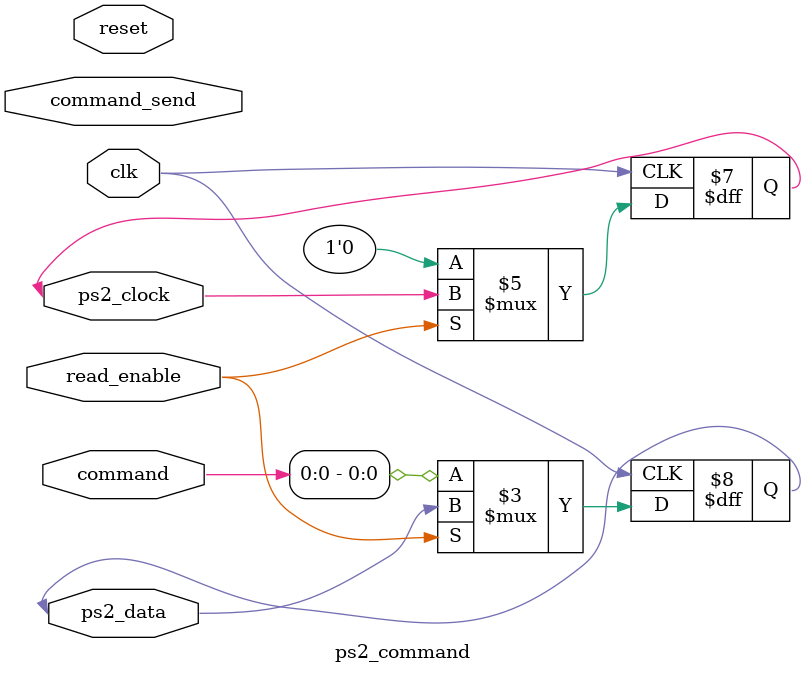
<source format=sv>
module ps2_command (
    input clk,
    input reset,
    input read_enable,
    inout ps2_clock,
    inout ps2_data,
    input wire command_send,
    input wire [7:0] command
);
    // TODO: parameters for clock count (probably have to hardcode)

    always @(posedge clk) begin
        if (read_enable == 1'b0) begin // ensure that read enable is off before sending command
            ps2_data <= command[0];
            ps2_clock <= 1'b0;
        end
    end

endmodule
</source>
